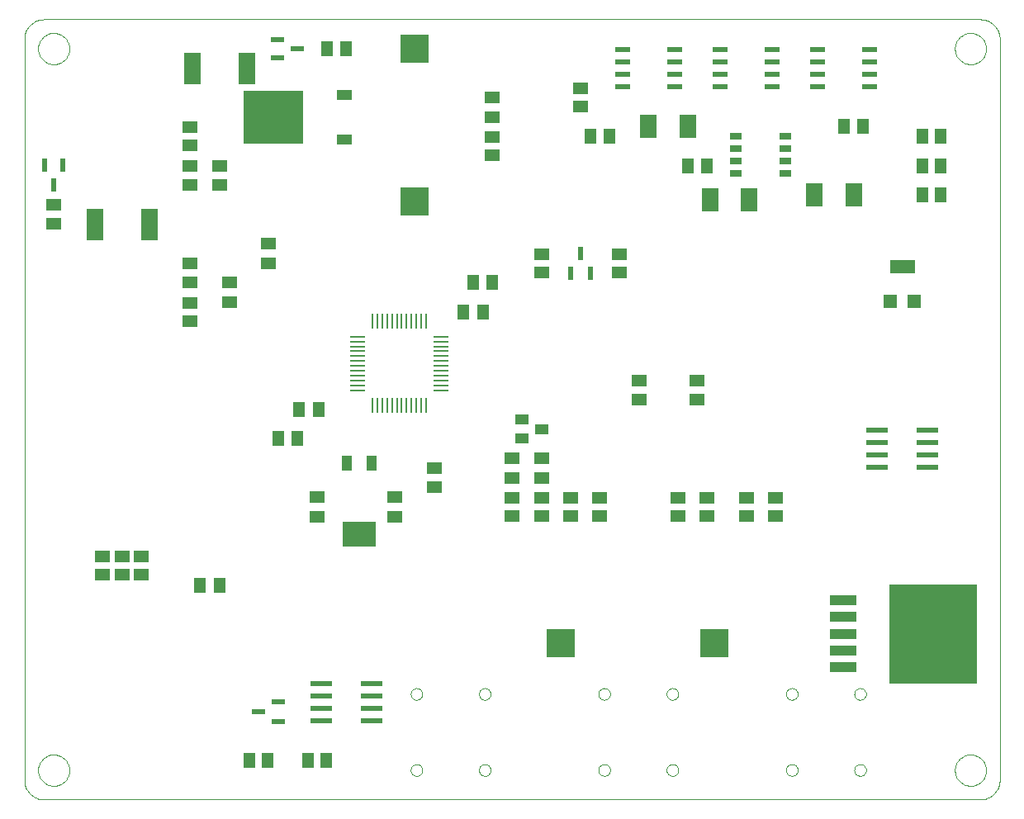
<source format=gtp>
G75*
G70*
%OFA0B0*%
%FSLAX24Y24*%
%IPPOS*%
%LPD*%
%AMOC8*
5,1,8,0,0,1.08239X$1,22.5*
%
%ADD10C,0.0000*%
%ADD11R,0.0098X0.0591*%
%ADD12R,0.0591X0.0098*%
%ADD13R,0.0709X0.1260*%
%ADD14R,0.0512X0.0630*%
%ADD15R,0.0709X0.0945*%
%ADD16R,0.0630X0.0512*%
%ADD17R,0.1180X0.1150*%
%ADD18R,0.0220X0.0520*%
%ADD19R,0.0520X0.0220*%
%ADD20R,0.0500X0.0250*%
%ADD21R,0.0600X0.0220*%
%ADD22R,0.2441X0.2126*%
%ADD23R,0.0630X0.0394*%
%ADD24R,0.1339X0.0984*%
%ADD25R,0.0394X0.0591*%
%ADD26R,0.1060X0.0400*%
%ADD27R,0.3520X0.4000*%
%ADD28R,0.1150X0.1180*%
%ADD29R,0.0520X0.0390*%
%ADD30R,0.0866X0.0236*%
%ADD31R,0.0551X0.0551*%
%ADD32R,0.0984X0.0551*%
D10*
X005277Y004117D02*
X043073Y004117D01*
X043127Y004119D01*
X043180Y004124D01*
X043233Y004133D01*
X043285Y004146D01*
X043337Y004162D01*
X043387Y004182D01*
X043435Y004205D01*
X043482Y004232D01*
X043527Y004261D01*
X043570Y004294D01*
X043610Y004329D01*
X043648Y004367D01*
X043683Y004407D01*
X043716Y004450D01*
X043745Y004495D01*
X043772Y004542D01*
X043795Y004590D01*
X043815Y004640D01*
X043831Y004692D01*
X043844Y004744D01*
X043853Y004797D01*
X043858Y004850D01*
X043860Y004904D01*
X043860Y034826D01*
X043858Y034880D01*
X043853Y034933D01*
X043844Y034986D01*
X043831Y035038D01*
X043815Y035090D01*
X043795Y035140D01*
X043772Y035188D01*
X043745Y035235D01*
X043716Y035280D01*
X043683Y035323D01*
X043648Y035363D01*
X043610Y035401D01*
X043570Y035436D01*
X043527Y035469D01*
X043482Y035498D01*
X043435Y035525D01*
X043387Y035548D01*
X043337Y035568D01*
X043285Y035584D01*
X043233Y035597D01*
X043180Y035606D01*
X043127Y035611D01*
X043073Y035613D01*
X005277Y035613D01*
X005223Y035611D01*
X005170Y035606D01*
X005117Y035597D01*
X005065Y035584D01*
X005013Y035568D01*
X004963Y035548D01*
X004915Y035525D01*
X004868Y035498D01*
X004823Y035469D01*
X004780Y035436D01*
X004740Y035401D01*
X004702Y035363D01*
X004667Y035323D01*
X004634Y035280D01*
X004605Y035235D01*
X004578Y035188D01*
X004555Y035140D01*
X004535Y035090D01*
X004519Y035038D01*
X004506Y034986D01*
X004497Y034933D01*
X004492Y034880D01*
X004490Y034826D01*
X004490Y004904D01*
X004492Y004850D01*
X004497Y004797D01*
X004506Y004744D01*
X004519Y004692D01*
X004535Y004640D01*
X004555Y004590D01*
X004578Y004542D01*
X004605Y004495D01*
X004634Y004450D01*
X004667Y004407D01*
X004702Y004367D01*
X004740Y004329D01*
X004780Y004294D01*
X004823Y004261D01*
X004868Y004232D01*
X004915Y004205D01*
X004963Y004182D01*
X005013Y004162D01*
X005065Y004146D01*
X005117Y004133D01*
X005170Y004124D01*
X005223Y004119D01*
X005277Y004117D01*
X005041Y005298D02*
X005043Y005348D01*
X005049Y005398D01*
X005059Y005447D01*
X005073Y005495D01*
X005090Y005542D01*
X005111Y005587D01*
X005136Y005631D01*
X005164Y005672D01*
X005196Y005711D01*
X005230Y005748D01*
X005267Y005782D01*
X005307Y005812D01*
X005349Y005839D01*
X005393Y005863D01*
X005439Y005884D01*
X005486Y005900D01*
X005534Y005913D01*
X005584Y005922D01*
X005633Y005927D01*
X005684Y005928D01*
X005734Y005925D01*
X005783Y005918D01*
X005832Y005907D01*
X005880Y005892D01*
X005926Y005874D01*
X005971Y005852D01*
X006014Y005826D01*
X006055Y005797D01*
X006094Y005765D01*
X006130Y005730D01*
X006162Y005692D01*
X006192Y005652D01*
X006219Y005609D01*
X006242Y005565D01*
X006261Y005519D01*
X006277Y005471D01*
X006289Y005422D01*
X006297Y005373D01*
X006301Y005323D01*
X006301Y005273D01*
X006297Y005223D01*
X006289Y005174D01*
X006277Y005125D01*
X006261Y005077D01*
X006242Y005031D01*
X006219Y004987D01*
X006192Y004944D01*
X006162Y004904D01*
X006130Y004866D01*
X006094Y004831D01*
X006055Y004799D01*
X006014Y004770D01*
X005971Y004744D01*
X005926Y004722D01*
X005880Y004704D01*
X005832Y004689D01*
X005783Y004678D01*
X005734Y004671D01*
X005684Y004668D01*
X005633Y004669D01*
X005584Y004674D01*
X005534Y004683D01*
X005486Y004696D01*
X005439Y004712D01*
X005393Y004733D01*
X005349Y004757D01*
X005307Y004784D01*
X005267Y004814D01*
X005230Y004848D01*
X005196Y004885D01*
X005164Y004924D01*
X005136Y004965D01*
X005111Y005009D01*
X005090Y005054D01*
X005073Y005101D01*
X005059Y005149D01*
X005049Y005198D01*
X005043Y005248D01*
X005041Y005298D01*
X020083Y005306D02*
X020085Y005336D01*
X020091Y005366D01*
X020100Y005395D01*
X020113Y005422D01*
X020130Y005447D01*
X020149Y005470D01*
X020172Y005491D01*
X020197Y005508D01*
X020223Y005522D01*
X020252Y005532D01*
X020281Y005539D01*
X020311Y005542D01*
X020342Y005541D01*
X020372Y005536D01*
X020401Y005527D01*
X020428Y005515D01*
X020454Y005500D01*
X020478Y005481D01*
X020499Y005459D01*
X020517Y005435D01*
X020532Y005408D01*
X020543Y005380D01*
X020551Y005351D01*
X020555Y005321D01*
X020555Y005291D01*
X020551Y005261D01*
X020543Y005232D01*
X020532Y005204D01*
X020517Y005177D01*
X020499Y005153D01*
X020478Y005131D01*
X020454Y005112D01*
X020428Y005097D01*
X020401Y005085D01*
X020372Y005076D01*
X020342Y005071D01*
X020311Y005070D01*
X020281Y005073D01*
X020252Y005080D01*
X020223Y005090D01*
X020197Y005104D01*
X020172Y005121D01*
X020149Y005142D01*
X020130Y005165D01*
X020113Y005190D01*
X020100Y005217D01*
X020091Y005246D01*
X020085Y005276D01*
X020083Y005306D01*
X022839Y005306D02*
X022841Y005336D01*
X022847Y005366D01*
X022856Y005395D01*
X022869Y005422D01*
X022886Y005447D01*
X022905Y005470D01*
X022928Y005491D01*
X022953Y005508D01*
X022979Y005522D01*
X023008Y005532D01*
X023037Y005539D01*
X023067Y005542D01*
X023098Y005541D01*
X023128Y005536D01*
X023157Y005527D01*
X023184Y005515D01*
X023210Y005500D01*
X023234Y005481D01*
X023255Y005459D01*
X023273Y005435D01*
X023288Y005408D01*
X023299Y005380D01*
X023307Y005351D01*
X023311Y005321D01*
X023311Y005291D01*
X023307Y005261D01*
X023299Y005232D01*
X023288Y005204D01*
X023273Y005177D01*
X023255Y005153D01*
X023234Y005131D01*
X023210Y005112D01*
X023184Y005097D01*
X023157Y005085D01*
X023128Y005076D01*
X023098Y005071D01*
X023067Y005070D01*
X023037Y005073D01*
X023008Y005080D01*
X022979Y005090D01*
X022953Y005104D01*
X022928Y005121D01*
X022905Y005142D01*
X022886Y005165D01*
X022869Y005190D01*
X022856Y005217D01*
X022847Y005246D01*
X022841Y005276D01*
X022839Y005306D01*
X022839Y008377D02*
X022841Y008407D01*
X022847Y008437D01*
X022856Y008466D01*
X022869Y008493D01*
X022886Y008518D01*
X022905Y008541D01*
X022928Y008562D01*
X022953Y008579D01*
X022979Y008593D01*
X023008Y008603D01*
X023037Y008610D01*
X023067Y008613D01*
X023098Y008612D01*
X023128Y008607D01*
X023157Y008598D01*
X023184Y008586D01*
X023210Y008571D01*
X023234Y008552D01*
X023255Y008530D01*
X023273Y008506D01*
X023288Y008479D01*
X023299Y008451D01*
X023307Y008422D01*
X023311Y008392D01*
X023311Y008362D01*
X023307Y008332D01*
X023299Y008303D01*
X023288Y008275D01*
X023273Y008248D01*
X023255Y008224D01*
X023234Y008202D01*
X023210Y008183D01*
X023184Y008168D01*
X023157Y008156D01*
X023128Y008147D01*
X023098Y008142D01*
X023067Y008141D01*
X023037Y008144D01*
X023008Y008151D01*
X022979Y008161D01*
X022953Y008175D01*
X022928Y008192D01*
X022905Y008213D01*
X022886Y008236D01*
X022869Y008261D01*
X022856Y008288D01*
X022847Y008317D01*
X022841Y008347D01*
X022839Y008377D01*
X020083Y008377D02*
X020085Y008407D01*
X020091Y008437D01*
X020100Y008466D01*
X020113Y008493D01*
X020130Y008518D01*
X020149Y008541D01*
X020172Y008562D01*
X020197Y008579D01*
X020223Y008593D01*
X020252Y008603D01*
X020281Y008610D01*
X020311Y008613D01*
X020342Y008612D01*
X020372Y008607D01*
X020401Y008598D01*
X020428Y008586D01*
X020454Y008571D01*
X020478Y008552D01*
X020499Y008530D01*
X020517Y008506D01*
X020532Y008479D01*
X020543Y008451D01*
X020551Y008422D01*
X020555Y008392D01*
X020555Y008362D01*
X020551Y008332D01*
X020543Y008303D01*
X020532Y008275D01*
X020517Y008248D01*
X020499Y008224D01*
X020478Y008202D01*
X020454Y008183D01*
X020428Y008168D01*
X020401Y008156D01*
X020372Y008147D01*
X020342Y008142D01*
X020311Y008141D01*
X020281Y008144D01*
X020252Y008151D01*
X020223Y008161D01*
X020197Y008175D01*
X020172Y008192D01*
X020149Y008213D01*
X020130Y008236D01*
X020113Y008261D01*
X020100Y008288D01*
X020091Y008317D01*
X020085Y008347D01*
X020083Y008377D01*
X027658Y008377D02*
X027660Y008407D01*
X027666Y008437D01*
X027675Y008466D01*
X027688Y008493D01*
X027705Y008518D01*
X027724Y008541D01*
X027747Y008562D01*
X027772Y008579D01*
X027798Y008593D01*
X027827Y008603D01*
X027856Y008610D01*
X027886Y008613D01*
X027917Y008612D01*
X027947Y008607D01*
X027976Y008598D01*
X028003Y008586D01*
X028029Y008571D01*
X028053Y008552D01*
X028074Y008530D01*
X028092Y008506D01*
X028107Y008479D01*
X028118Y008451D01*
X028126Y008422D01*
X028130Y008392D01*
X028130Y008362D01*
X028126Y008332D01*
X028118Y008303D01*
X028107Y008275D01*
X028092Y008248D01*
X028074Y008224D01*
X028053Y008202D01*
X028029Y008183D01*
X028003Y008168D01*
X027976Y008156D01*
X027947Y008147D01*
X027917Y008142D01*
X027886Y008141D01*
X027856Y008144D01*
X027827Y008151D01*
X027798Y008161D01*
X027772Y008175D01*
X027747Y008192D01*
X027724Y008213D01*
X027705Y008236D01*
X027688Y008261D01*
X027675Y008288D01*
X027666Y008317D01*
X027660Y008347D01*
X027658Y008377D01*
X030413Y008377D02*
X030415Y008407D01*
X030421Y008437D01*
X030430Y008466D01*
X030443Y008493D01*
X030460Y008518D01*
X030479Y008541D01*
X030502Y008562D01*
X030527Y008579D01*
X030553Y008593D01*
X030582Y008603D01*
X030611Y008610D01*
X030641Y008613D01*
X030672Y008612D01*
X030702Y008607D01*
X030731Y008598D01*
X030758Y008586D01*
X030784Y008571D01*
X030808Y008552D01*
X030829Y008530D01*
X030847Y008506D01*
X030862Y008479D01*
X030873Y008451D01*
X030881Y008422D01*
X030885Y008392D01*
X030885Y008362D01*
X030881Y008332D01*
X030873Y008303D01*
X030862Y008275D01*
X030847Y008248D01*
X030829Y008224D01*
X030808Y008202D01*
X030784Y008183D01*
X030758Y008168D01*
X030731Y008156D01*
X030702Y008147D01*
X030672Y008142D01*
X030641Y008141D01*
X030611Y008144D01*
X030582Y008151D01*
X030553Y008161D01*
X030527Y008175D01*
X030502Y008192D01*
X030479Y008213D01*
X030460Y008236D01*
X030443Y008261D01*
X030430Y008288D01*
X030421Y008317D01*
X030415Y008347D01*
X030413Y008377D01*
X030413Y005306D02*
X030415Y005336D01*
X030421Y005366D01*
X030430Y005395D01*
X030443Y005422D01*
X030460Y005447D01*
X030479Y005470D01*
X030502Y005491D01*
X030527Y005508D01*
X030553Y005522D01*
X030582Y005532D01*
X030611Y005539D01*
X030641Y005542D01*
X030672Y005541D01*
X030702Y005536D01*
X030731Y005527D01*
X030758Y005515D01*
X030784Y005500D01*
X030808Y005481D01*
X030829Y005459D01*
X030847Y005435D01*
X030862Y005408D01*
X030873Y005380D01*
X030881Y005351D01*
X030885Y005321D01*
X030885Y005291D01*
X030881Y005261D01*
X030873Y005232D01*
X030862Y005204D01*
X030847Y005177D01*
X030829Y005153D01*
X030808Y005131D01*
X030784Y005112D01*
X030758Y005097D01*
X030731Y005085D01*
X030702Y005076D01*
X030672Y005071D01*
X030641Y005070D01*
X030611Y005073D01*
X030582Y005080D01*
X030553Y005090D01*
X030527Y005104D01*
X030502Y005121D01*
X030479Y005142D01*
X030460Y005165D01*
X030443Y005190D01*
X030430Y005217D01*
X030421Y005246D01*
X030415Y005276D01*
X030413Y005306D01*
X027658Y005306D02*
X027660Y005336D01*
X027666Y005366D01*
X027675Y005395D01*
X027688Y005422D01*
X027705Y005447D01*
X027724Y005470D01*
X027747Y005491D01*
X027772Y005508D01*
X027798Y005522D01*
X027827Y005532D01*
X027856Y005539D01*
X027886Y005542D01*
X027917Y005541D01*
X027947Y005536D01*
X027976Y005527D01*
X028003Y005515D01*
X028029Y005500D01*
X028053Y005481D01*
X028074Y005459D01*
X028092Y005435D01*
X028107Y005408D01*
X028118Y005380D01*
X028126Y005351D01*
X028130Y005321D01*
X028130Y005291D01*
X028126Y005261D01*
X028118Y005232D01*
X028107Y005204D01*
X028092Y005177D01*
X028074Y005153D01*
X028053Y005131D01*
X028029Y005112D01*
X028003Y005097D01*
X027976Y005085D01*
X027947Y005076D01*
X027917Y005071D01*
X027886Y005070D01*
X027856Y005073D01*
X027827Y005080D01*
X027798Y005090D01*
X027772Y005104D01*
X027747Y005121D01*
X027724Y005142D01*
X027705Y005165D01*
X027688Y005190D01*
X027675Y005217D01*
X027666Y005246D01*
X027660Y005276D01*
X027658Y005306D01*
X035232Y005306D02*
X035234Y005336D01*
X035240Y005366D01*
X035249Y005395D01*
X035262Y005422D01*
X035279Y005447D01*
X035298Y005470D01*
X035321Y005491D01*
X035346Y005508D01*
X035372Y005522D01*
X035401Y005532D01*
X035430Y005539D01*
X035460Y005542D01*
X035491Y005541D01*
X035521Y005536D01*
X035550Y005527D01*
X035577Y005515D01*
X035603Y005500D01*
X035627Y005481D01*
X035648Y005459D01*
X035666Y005435D01*
X035681Y005408D01*
X035692Y005380D01*
X035700Y005351D01*
X035704Y005321D01*
X035704Y005291D01*
X035700Y005261D01*
X035692Y005232D01*
X035681Y005204D01*
X035666Y005177D01*
X035648Y005153D01*
X035627Y005131D01*
X035603Y005112D01*
X035577Y005097D01*
X035550Y005085D01*
X035521Y005076D01*
X035491Y005071D01*
X035460Y005070D01*
X035430Y005073D01*
X035401Y005080D01*
X035372Y005090D01*
X035346Y005104D01*
X035321Y005121D01*
X035298Y005142D01*
X035279Y005165D01*
X035262Y005190D01*
X035249Y005217D01*
X035240Y005246D01*
X035234Y005276D01*
X035232Y005306D01*
X037988Y005306D02*
X037990Y005336D01*
X037996Y005366D01*
X038005Y005395D01*
X038018Y005422D01*
X038035Y005447D01*
X038054Y005470D01*
X038077Y005491D01*
X038102Y005508D01*
X038128Y005522D01*
X038157Y005532D01*
X038186Y005539D01*
X038216Y005542D01*
X038247Y005541D01*
X038277Y005536D01*
X038306Y005527D01*
X038333Y005515D01*
X038359Y005500D01*
X038383Y005481D01*
X038404Y005459D01*
X038422Y005435D01*
X038437Y005408D01*
X038448Y005380D01*
X038456Y005351D01*
X038460Y005321D01*
X038460Y005291D01*
X038456Y005261D01*
X038448Y005232D01*
X038437Y005204D01*
X038422Y005177D01*
X038404Y005153D01*
X038383Y005131D01*
X038359Y005112D01*
X038333Y005097D01*
X038306Y005085D01*
X038277Y005076D01*
X038247Y005071D01*
X038216Y005070D01*
X038186Y005073D01*
X038157Y005080D01*
X038128Y005090D01*
X038102Y005104D01*
X038077Y005121D01*
X038054Y005142D01*
X038035Y005165D01*
X038018Y005190D01*
X038005Y005217D01*
X037996Y005246D01*
X037990Y005276D01*
X037988Y005306D01*
X037988Y008377D02*
X037990Y008407D01*
X037996Y008437D01*
X038005Y008466D01*
X038018Y008493D01*
X038035Y008518D01*
X038054Y008541D01*
X038077Y008562D01*
X038102Y008579D01*
X038128Y008593D01*
X038157Y008603D01*
X038186Y008610D01*
X038216Y008613D01*
X038247Y008612D01*
X038277Y008607D01*
X038306Y008598D01*
X038333Y008586D01*
X038359Y008571D01*
X038383Y008552D01*
X038404Y008530D01*
X038422Y008506D01*
X038437Y008479D01*
X038448Y008451D01*
X038456Y008422D01*
X038460Y008392D01*
X038460Y008362D01*
X038456Y008332D01*
X038448Y008303D01*
X038437Y008275D01*
X038422Y008248D01*
X038404Y008224D01*
X038383Y008202D01*
X038359Y008183D01*
X038333Y008168D01*
X038306Y008156D01*
X038277Y008147D01*
X038247Y008142D01*
X038216Y008141D01*
X038186Y008144D01*
X038157Y008151D01*
X038128Y008161D01*
X038102Y008175D01*
X038077Y008192D01*
X038054Y008213D01*
X038035Y008236D01*
X038018Y008261D01*
X038005Y008288D01*
X037996Y008317D01*
X037990Y008347D01*
X037988Y008377D01*
X035232Y008377D02*
X035234Y008407D01*
X035240Y008437D01*
X035249Y008466D01*
X035262Y008493D01*
X035279Y008518D01*
X035298Y008541D01*
X035321Y008562D01*
X035346Y008579D01*
X035372Y008593D01*
X035401Y008603D01*
X035430Y008610D01*
X035460Y008613D01*
X035491Y008612D01*
X035521Y008607D01*
X035550Y008598D01*
X035577Y008586D01*
X035603Y008571D01*
X035627Y008552D01*
X035648Y008530D01*
X035666Y008506D01*
X035681Y008479D01*
X035692Y008451D01*
X035700Y008422D01*
X035704Y008392D01*
X035704Y008362D01*
X035700Y008332D01*
X035692Y008303D01*
X035681Y008275D01*
X035666Y008248D01*
X035648Y008224D01*
X035627Y008202D01*
X035603Y008183D01*
X035577Y008168D01*
X035550Y008156D01*
X035521Y008147D01*
X035491Y008142D01*
X035460Y008141D01*
X035430Y008144D01*
X035401Y008151D01*
X035372Y008161D01*
X035346Y008175D01*
X035321Y008192D01*
X035298Y008213D01*
X035279Y008236D01*
X035262Y008261D01*
X035249Y008288D01*
X035240Y008317D01*
X035234Y008347D01*
X035232Y008377D01*
X042049Y005298D02*
X042051Y005348D01*
X042057Y005398D01*
X042067Y005447D01*
X042081Y005495D01*
X042098Y005542D01*
X042119Y005587D01*
X042144Y005631D01*
X042172Y005672D01*
X042204Y005711D01*
X042238Y005748D01*
X042275Y005782D01*
X042315Y005812D01*
X042357Y005839D01*
X042401Y005863D01*
X042447Y005884D01*
X042494Y005900D01*
X042542Y005913D01*
X042592Y005922D01*
X042641Y005927D01*
X042692Y005928D01*
X042742Y005925D01*
X042791Y005918D01*
X042840Y005907D01*
X042888Y005892D01*
X042934Y005874D01*
X042979Y005852D01*
X043022Y005826D01*
X043063Y005797D01*
X043102Y005765D01*
X043138Y005730D01*
X043170Y005692D01*
X043200Y005652D01*
X043227Y005609D01*
X043250Y005565D01*
X043269Y005519D01*
X043285Y005471D01*
X043297Y005422D01*
X043305Y005373D01*
X043309Y005323D01*
X043309Y005273D01*
X043305Y005223D01*
X043297Y005174D01*
X043285Y005125D01*
X043269Y005077D01*
X043250Y005031D01*
X043227Y004987D01*
X043200Y004944D01*
X043170Y004904D01*
X043138Y004866D01*
X043102Y004831D01*
X043063Y004799D01*
X043022Y004770D01*
X042979Y004744D01*
X042934Y004722D01*
X042888Y004704D01*
X042840Y004689D01*
X042791Y004678D01*
X042742Y004671D01*
X042692Y004668D01*
X042641Y004669D01*
X042592Y004674D01*
X042542Y004683D01*
X042494Y004696D01*
X042447Y004712D01*
X042401Y004733D01*
X042357Y004757D01*
X042315Y004784D01*
X042275Y004814D01*
X042238Y004848D01*
X042204Y004885D01*
X042172Y004924D01*
X042144Y004965D01*
X042119Y005009D01*
X042098Y005054D01*
X042081Y005101D01*
X042067Y005149D01*
X042057Y005198D01*
X042051Y005248D01*
X042049Y005298D01*
X042049Y034432D02*
X042051Y034482D01*
X042057Y034532D01*
X042067Y034581D01*
X042081Y034629D01*
X042098Y034676D01*
X042119Y034721D01*
X042144Y034765D01*
X042172Y034806D01*
X042204Y034845D01*
X042238Y034882D01*
X042275Y034916D01*
X042315Y034946D01*
X042357Y034973D01*
X042401Y034997D01*
X042447Y035018D01*
X042494Y035034D01*
X042542Y035047D01*
X042592Y035056D01*
X042641Y035061D01*
X042692Y035062D01*
X042742Y035059D01*
X042791Y035052D01*
X042840Y035041D01*
X042888Y035026D01*
X042934Y035008D01*
X042979Y034986D01*
X043022Y034960D01*
X043063Y034931D01*
X043102Y034899D01*
X043138Y034864D01*
X043170Y034826D01*
X043200Y034786D01*
X043227Y034743D01*
X043250Y034699D01*
X043269Y034653D01*
X043285Y034605D01*
X043297Y034556D01*
X043305Y034507D01*
X043309Y034457D01*
X043309Y034407D01*
X043305Y034357D01*
X043297Y034308D01*
X043285Y034259D01*
X043269Y034211D01*
X043250Y034165D01*
X043227Y034121D01*
X043200Y034078D01*
X043170Y034038D01*
X043138Y034000D01*
X043102Y033965D01*
X043063Y033933D01*
X043022Y033904D01*
X042979Y033878D01*
X042934Y033856D01*
X042888Y033838D01*
X042840Y033823D01*
X042791Y033812D01*
X042742Y033805D01*
X042692Y033802D01*
X042641Y033803D01*
X042592Y033808D01*
X042542Y033817D01*
X042494Y033830D01*
X042447Y033846D01*
X042401Y033867D01*
X042357Y033891D01*
X042315Y033918D01*
X042275Y033948D01*
X042238Y033982D01*
X042204Y034019D01*
X042172Y034058D01*
X042144Y034099D01*
X042119Y034143D01*
X042098Y034188D01*
X042081Y034235D01*
X042067Y034283D01*
X042057Y034332D01*
X042051Y034382D01*
X042049Y034432D01*
X005041Y034432D02*
X005043Y034482D01*
X005049Y034532D01*
X005059Y034581D01*
X005073Y034629D01*
X005090Y034676D01*
X005111Y034721D01*
X005136Y034765D01*
X005164Y034806D01*
X005196Y034845D01*
X005230Y034882D01*
X005267Y034916D01*
X005307Y034946D01*
X005349Y034973D01*
X005393Y034997D01*
X005439Y035018D01*
X005486Y035034D01*
X005534Y035047D01*
X005584Y035056D01*
X005633Y035061D01*
X005684Y035062D01*
X005734Y035059D01*
X005783Y035052D01*
X005832Y035041D01*
X005880Y035026D01*
X005926Y035008D01*
X005971Y034986D01*
X006014Y034960D01*
X006055Y034931D01*
X006094Y034899D01*
X006130Y034864D01*
X006162Y034826D01*
X006192Y034786D01*
X006219Y034743D01*
X006242Y034699D01*
X006261Y034653D01*
X006277Y034605D01*
X006289Y034556D01*
X006297Y034507D01*
X006301Y034457D01*
X006301Y034407D01*
X006297Y034357D01*
X006289Y034308D01*
X006277Y034259D01*
X006261Y034211D01*
X006242Y034165D01*
X006219Y034121D01*
X006192Y034078D01*
X006162Y034038D01*
X006130Y034000D01*
X006094Y033965D01*
X006055Y033933D01*
X006014Y033904D01*
X005971Y033878D01*
X005926Y033856D01*
X005880Y033838D01*
X005832Y033823D01*
X005783Y033812D01*
X005734Y033805D01*
X005684Y033802D01*
X005633Y033803D01*
X005584Y033808D01*
X005534Y033817D01*
X005486Y033830D01*
X005439Y033846D01*
X005393Y033867D01*
X005349Y033891D01*
X005307Y033918D01*
X005267Y033948D01*
X005230Y033982D01*
X005196Y034019D01*
X005164Y034058D01*
X005136Y034099D01*
X005111Y034143D01*
X005090Y034188D01*
X005073Y034235D01*
X005059Y034283D01*
X005049Y034332D01*
X005043Y034382D01*
X005041Y034432D01*
D11*
X018541Y023416D03*
X018738Y023416D03*
X018935Y023416D03*
X019132Y023416D03*
X019329Y023416D03*
X019525Y023416D03*
X019722Y023416D03*
X019919Y023416D03*
X020116Y023416D03*
X020313Y023416D03*
X020510Y023416D03*
X020707Y023416D03*
X020707Y020030D03*
X020510Y020030D03*
X020313Y020030D03*
X020116Y020030D03*
X019919Y020030D03*
X019722Y020030D03*
X019525Y020030D03*
X019329Y020030D03*
X019132Y020030D03*
X018935Y020030D03*
X018738Y020030D03*
X018541Y020030D03*
D12*
X017931Y020641D03*
X017931Y020837D03*
X017931Y021034D03*
X017931Y021231D03*
X017931Y021428D03*
X017931Y021625D03*
X017931Y021822D03*
X017931Y022019D03*
X017931Y022215D03*
X017931Y022412D03*
X017931Y022609D03*
X017931Y022806D03*
X021317Y022806D03*
X021317Y022609D03*
X021317Y022412D03*
X021317Y022215D03*
X021317Y022019D03*
X021317Y021822D03*
X021317Y021625D03*
X021317Y021428D03*
X021317Y021231D03*
X021317Y021034D03*
X021317Y020837D03*
X021317Y020641D03*
D13*
X009529Y027345D03*
X007325Y027345D03*
X011262Y033645D03*
X013466Y033645D03*
D14*
X016714Y034432D03*
X017462Y034432D03*
X027344Y030889D03*
X028092Y030889D03*
X031262Y029708D03*
X032049Y029708D03*
X037561Y031282D03*
X038348Y031282D03*
X040730Y030889D03*
X041478Y030889D03*
X041478Y029708D03*
X040730Y029708D03*
X040730Y028526D03*
X041478Y028526D03*
X023388Y024983D03*
X022600Y024983D03*
X022207Y023802D03*
X022994Y023802D03*
X016376Y019865D03*
X015588Y019865D03*
X015514Y018684D03*
X014726Y018684D03*
X012364Y012778D03*
X011577Y012778D03*
X013565Y005692D03*
X014313Y005692D03*
X015927Y005692D03*
X016675Y005692D03*
D15*
X032157Y028318D03*
X033752Y028318D03*
X036370Y028526D03*
X037964Y028526D03*
X031271Y031282D03*
X029677Y031282D03*
D16*
X026931Y032089D03*
X026931Y032837D03*
X023388Y032463D03*
X023388Y031676D03*
X023388Y030869D03*
X023388Y030121D03*
X025356Y026145D03*
X025356Y025397D03*
X028506Y025397D03*
X028506Y026145D03*
X031655Y021046D03*
X031655Y020259D03*
X029293Y020278D03*
X029293Y021026D03*
X025356Y017897D03*
X025356Y017109D03*
X025356Y016302D03*
X025356Y015554D03*
X024175Y015554D03*
X024175Y016302D03*
X024175Y017109D03*
X024175Y017897D03*
X026537Y016302D03*
X026537Y015554D03*
X027718Y015554D03*
X027718Y016302D03*
X030868Y016302D03*
X030868Y015554D03*
X032049Y015554D03*
X032049Y016302D03*
X033624Y016302D03*
X033624Y015554D03*
X034805Y015554D03*
X034805Y016302D03*
X021025Y016735D03*
X021025Y017483D03*
X019451Y016322D03*
X019451Y015534D03*
X016301Y015534D03*
X016301Y016322D03*
X009214Y013940D03*
X008427Y013940D03*
X007640Y013940D03*
X007640Y013192D03*
X008427Y013192D03*
X009214Y013192D03*
X011183Y023428D03*
X011183Y024176D03*
X011183Y025003D03*
X011183Y025751D03*
X012758Y024983D03*
X012758Y024196D03*
X014332Y025771D03*
X014332Y026558D03*
X012364Y028920D03*
X012364Y029708D03*
X011183Y029688D03*
X011183Y028940D03*
X011183Y030515D03*
X011183Y031263D03*
X005671Y028113D03*
X005671Y027365D03*
D17*
X020238Y028252D03*
X020238Y034432D03*
D18*
X026931Y026171D03*
X027331Y025371D03*
X026531Y025371D03*
X006031Y029714D03*
X005311Y029714D03*
X005671Y028914D03*
D19*
X014720Y034072D03*
X014720Y034792D03*
X015520Y034432D03*
X014732Y008060D03*
X014732Y007260D03*
X013932Y007660D03*
D20*
X033199Y029389D03*
X033199Y029889D03*
X033199Y030389D03*
X033199Y030889D03*
X035199Y030889D03*
X035199Y030389D03*
X035199Y029889D03*
X035199Y029389D03*
D21*
X034664Y032895D03*
X034664Y033395D03*
X034664Y033895D03*
X034664Y034395D03*
X036521Y034395D03*
X036521Y033895D03*
X036521Y033395D03*
X036521Y032895D03*
X038601Y032895D03*
X038601Y033395D03*
X038601Y033895D03*
X038601Y034395D03*
X032584Y034395D03*
X032584Y033895D03*
X032584Y033395D03*
X032584Y032895D03*
X030727Y032895D03*
X030727Y033395D03*
X030727Y033895D03*
X030727Y034395D03*
X028647Y034395D03*
X028647Y033895D03*
X028647Y033395D03*
X028647Y032895D03*
D22*
X014529Y031676D03*
D23*
X017403Y030778D03*
X017403Y032574D03*
D24*
X017994Y014845D03*
D25*
X018494Y017680D03*
X017494Y017680D03*
D26*
X037544Y012150D03*
X037544Y011480D03*
X037544Y010810D03*
X037544Y010140D03*
X037544Y009470D03*
D27*
X041164Y010810D03*
D28*
X032324Y010416D03*
X026144Y010416D03*
D29*
X024562Y018708D03*
X024562Y019448D03*
X025362Y019078D03*
D30*
X018506Y008804D03*
X018506Y008304D03*
X018506Y007804D03*
X018506Y007304D03*
X016458Y007304D03*
X016458Y007804D03*
X016458Y008304D03*
X016458Y008804D03*
X038899Y017540D03*
X038899Y018040D03*
X038899Y018540D03*
X038899Y019040D03*
X040947Y019040D03*
X040947Y018540D03*
X040947Y018040D03*
X040947Y017540D03*
D31*
X040415Y024235D03*
X039431Y024235D03*
D32*
X039923Y025613D03*
M02*

</source>
